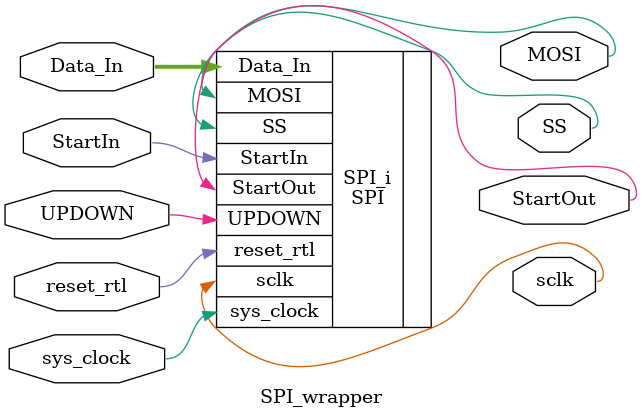
<source format=v>
`timescale 1 ps / 1 ps

module SPI_wrapper
   (Data_In,
    MOSI,
    SS,
    StartIn,
    StartOut,
    UPDOWN,
    reset_rtl,
    sclk,
    sys_clock);
  input [7:0]Data_In;
  output MOSI;
  output SS;
  input StartIn;
  output StartOut;
  input UPDOWN;
  input reset_rtl;
  output sclk;
  input sys_clock;

  wire [7:0]Data_In;
  wire MOSI;
  wire SS;
  wire StartIn;
  wire StartOut;
  wire UPDOWN;
  wire reset_rtl;
  wire sclk;
  wire sys_clock;

  SPI SPI_i
       (.Data_In(Data_In),
        .MOSI(MOSI),
        .SS(SS),
        .StartIn(StartIn),
        .StartOut(StartOut),
        .UPDOWN(UPDOWN),
        .reset_rtl(reset_rtl),
        .sclk(sclk),
        .sys_clock(sys_clock));
endmodule

</source>
